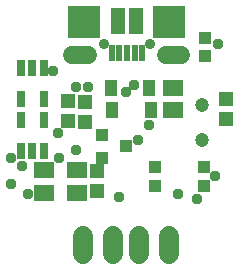
<source format=gts>
G04 EAGLE Gerber RS-274X export*
G75*
%MOMM*%
%FSLAX34Y34*%
%LPD*%
%INTop Soldermask*%
%IPPOS*%
%AMOC8*
5,1,8,0,0,1.08239X$1,22.5*%
G01*
%ADD10R,1.703200X1.443200*%
%ADD11R,1.203200X1.278200*%
%ADD12C,0.903200*%
%ADD13R,2.703200X2.703200*%
%ADD14C,1.511200*%
%ADD15R,1.203200X2.203200*%
%ADD16R,0.500000X1.450000*%
%ADD17R,0.753200X1.403200*%
%ADD18C,1.203200*%
%ADD19C,1.727200*%
%ADD20R,1.103200X1.103200*%
%ADD21R,1.103200X1.003200*%
%ADD22R,1.113200X1.423200*%
%ADD23R,1.003200X1.003200*%
%ADD24C,0.959600*%


D10*
X57150Y162510D03*
X57150Y143510D03*
D11*
X101600Y161780D03*
X101600Y144780D03*
D10*
X85090Y162510D03*
X85090Y143510D03*
D12*
X146500Y269240D03*
X107500Y269240D03*
D13*
X91000Y288240D03*
X163000Y288240D03*
D14*
X160000Y260240D02*
X173080Y260240D01*
X94000Y260240D02*
X80920Y260240D01*
D15*
X134500Y289240D03*
X119500Y289240D03*
D16*
X140000Y261490D03*
X133500Y261490D03*
X127000Y261490D03*
X120500Y261490D03*
X114000Y261490D03*
D17*
X37490Y178769D03*
X46990Y178769D03*
X56490Y178769D03*
X56490Y204771D03*
X37490Y204771D03*
X56490Y249221D03*
X46990Y249221D03*
X37490Y249221D03*
X37490Y223219D03*
X56490Y223219D03*
D11*
X77470Y203980D03*
X77470Y220980D03*
D10*
X166370Y232360D03*
X166370Y213360D03*
D11*
X210820Y222740D03*
X210820Y205740D03*
D18*
X190500Y218200D03*
X190500Y188200D03*
D19*
X137160Y106680D02*
X137160Y91440D01*
X162560Y91440D02*
X162560Y106680D01*
X90170Y106680D02*
X90170Y91440D01*
X115570Y91440D02*
X115570Y106680D01*
D20*
X191950Y165480D03*
X191950Y149480D03*
X150950Y149480D03*
X150950Y165480D03*
D21*
X105570Y192380D03*
X105570Y173380D03*
X126570Y182880D03*
D11*
X91440Y203590D03*
X91440Y220590D03*
D22*
X113165Y232410D03*
X145915Y232410D03*
X114435Y213360D03*
X147185Y213360D03*
D23*
X192790Y274450D03*
X192790Y259450D03*
D24*
X120142Y139700D03*
X170180Y142240D03*
X68580Y194310D03*
X136122Y188396D03*
X29210Y151130D03*
X145514Y200660D03*
X204470Y269240D03*
X64770Y246380D03*
X186690Y138430D03*
X83566Y233172D03*
X93753Y233453D03*
X38100Y166370D03*
X201930Y157480D03*
X133350Y234950D03*
X69850Y172720D03*
X43180Y142240D03*
X125984Y228600D03*
X83820Y179832D03*
X29210Y172720D03*
M02*

</source>
